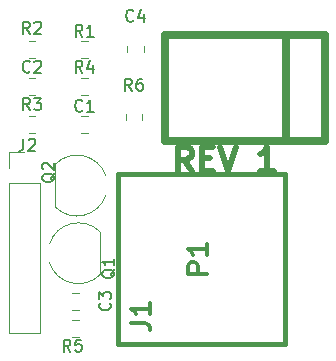
<source format=gbr>
G04 #@! TF.GenerationSoftware,KiCad,Pcbnew,(5.1.5)-3*
G04 #@! TF.CreationDate,2021-08-19T12:17:06-04:00*
G04 #@! TF.ProjectId,CP-OSC,43502d4f-5343-42e6-9b69-6361645f7063,1*
G04 #@! TF.SameCoordinates,Original*
G04 #@! TF.FileFunction,Legend,Top*
G04 #@! TF.FilePolarity,Positive*
%FSLAX46Y46*%
G04 Gerber Fmt 4.6, Leading zero omitted, Abs format (unit mm)*
G04 Created by KiCad (PCBNEW (5.1.5)-3) date 2021-08-19 12:17:06*
%MOMM*%
%LPD*%
G04 APERTURE LIST*
%ADD10C,0.500000*%
%ADD11C,0.381000*%
%ADD12C,0.120000*%
%ADD13C,0.650000*%
%ADD14C,0.304800*%
%ADD15C,0.150000*%
G04 APERTURE END LIST*
D10*
X104350857Y-71275161D02*
X103684190Y-70322780D01*
X103208000Y-71275161D02*
X103208000Y-69275161D01*
X103969904Y-69275161D01*
X104160380Y-69370400D01*
X104255619Y-69465638D01*
X104350857Y-69656114D01*
X104350857Y-69941828D01*
X104255619Y-70132304D01*
X104160380Y-70227542D01*
X103969904Y-70322780D01*
X103208000Y-70322780D01*
X105208000Y-70227542D02*
X105874666Y-70227542D01*
X106160380Y-71275161D02*
X105208000Y-71275161D01*
X105208000Y-69275161D01*
X106160380Y-69275161D01*
X106731809Y-69275161D02*
X107398476Y-71275161D01*
X108065142Y-69275161D01*
X111303238Y-71275161D02*
X110160380Y-71275161D01*
X110731809Y-71275161D02*
X110731809Y-69275161D01*
X110541333Y-69560876D01*
X110350857Y-69751352D01*
X110160380Y-69846590D01*
D11*
X98071620Y-71564200D02*
X98071620Y-85963460D01*
X112290540Y-85963460D02*
X98089400Y-85963460D01*
X112285460Y-71559120D02*
X112285460Y-85958380D01*
X98089400Y-71564200D02*
X112290540Y-71564200D01*
D12*
X95531252Y-66612400D02*
X95008748Y-66612400D01*
X95531252Y-68032400D02*
X95008748Y-68032400D01*
X91086252Y-64857400D02*
X90563748Y-64857400D01*
X91086252Y-63437400D02*
X90563748Y-63437400D01*
X94769252Y-81598400D02*
X94246748Y-81598400D01*
X94769252Y-83018400D02*
X94246748Y-83018400D01*
X98878000Y-61233652D02*
X98878000Y-60711148D01*
X100298000Y-61233652D02*
X100298000Y-60711148D01*
D13*
X112297000Y-59774400D02*
X112297000Y-68774400D01*
X115597000Y-68774400D02*
X115597000Y-59774400D01*
X115597000Y-68774400D02*
X102097000Y-68774400D01*
X102097000Y-68774400D02*
X102097000Y-59774400D01*
X115597000Y-59774400D02*
X102097000Y-59774400D01*
D12*
X92785000Y-70729400D02*
X92785000Y-74329400D01*
X92793259Y-70717525D02*
G75*
G02X97085000Y-71709400I1841741J-1811875D01*
G01*
X92807316Y-74337845D02*
G75*
G03X97085000Y-73309400I1827684J1808445D01*
G01*
X96589684Y-76435955D02*
G75*
G03X92312000Y-77464400I-1827684J-1808445D01*
G01*
X96603741Y-80056275D02*
G75*
G02X92312000Y-79064400I-1841741J1811875D01*
G01*
X96612000Y-80044400D02*
X96612000Y-76444400D01*
X95008748Y-61682400D02*
X95531252Y-61682400D01*
X95008748Y-60262400D02*
X95531252Y-60262400D01*
X90563748Y-60262400D02*
X91086252Y-60262400D01*
X90563748Y-61682400D02*
X91086252Y-61682400D01*
X90563748Y-66612400D02*
X91086252Y-66612400D01*
X90563748Y-68032400D02*
X91086252Y-68032400D01*
X95531252Y-63437400D02*
X95008748Y-63437400D01*
X95531252Y-64857400D02*
X95008748Y-64857400D01*
X94769252Y-83884400D02*
X94246748Y-83884400D01*
X94769252Y-85304400D02*
X94246748Y-85304400D01*
X98751000Y-66948652D02*
X98751000Y-66426148D01*
X100171000Y-66948652D02*
X100171000Y-66426148D01*
X88860000Y-85035400D02*
X91520000Y-85035400D01*
X88860000Y-72275400D02*
X88860000Y-85035400D01*
X91520000Y-72275400D02*
X91520000Y-85035400D01*
X88860000Y-72275400D02*
X91520000Y-72275400D01*
X88860000Y-71005400D02*
X88860000Y-69675400D01*
X88860000Y-69675400D02*
X90190000Y-69675400D01*
D14*
X99191880Y-84128733D02*
X100371166Y-84128733D01*
X100607023Y-84207352D01*
X100764261Y-84364590D01*
X100842880Y-84600447D01*
X100842880Y-84757685D01*
X100842880Y-82477733D02*
X100842880Y-83421161D01*
X100842880Y-82949447D02*
X99191880Y-82949447D01*
X99427738Y-83106685D01*
X99584976Y-83263923D01*
X99663595Y-83421161D01*
X105668880Y-79970995D02*
X104017880Y-79970995D01*
X104017880Y-79342042D01*
X104096500Y-79184804D01*
X104175119Y-79106185D01*
X104332357Y-79027566D01*
X104568214Y-79027566D01*
X104725452Y-79106185D01*
X104804071Y-79184804D01*
X104882690Y-79342042D01*
X104882690Y-79970995D01*
X105668880Y-77455185D02*
X105668880Y-78398614D01*
X105668880Y-77926900D02*
X104017880Y-77926900D01*
X104253738Y-78084138D01*
X104410976Y-78241376D01*
X104489595Y-78398614D01*
D15*
X95103333Y-66155542D02*
X95055714Y-66203161D01*
X94912857Y-66250780D01*
X94817619Y-66250780D01*
X94674761Y-66203161D01*
X94579523Y-66107923D01*
X94531904Y-66012685D01*
X94484285Y-65822209D01*
X94484285Y-65679352D01*
X94531904Y-65488876D01*
X94579523Y-65393638D01*
X94674761Y-65298400D01*
X94817619Y-65250780D01*
X94912857Y-65250780D01*
X95055714Y-65298400D01*
X95103333Y-65346019D01*
X96055714Y-66250780D02*
X95484285Y-66250780D01*
X95770000Y-66250780D02*
X95770000Y-65250780D01*
X95674761Y-65393638D01*
X95579523Y-65488876D01*
X95484285Y-65536495D01*
X90658333Y-62853542D02*
X90610714Y-62901161D01*
X90467857Y-62948780D01*
X90372619Y-62948780D01*
X90229761Y-62901161D01*
X90134523Y-62805923D01*
X90086904Y-62710685D01*
X90039285Y-62520209D01*
X90039285Y-62377352D01*
X90086904Y-62186876D01*
X90134523Y-62091638D01*
X90229761Y-61996400D01*
X90372619Y-61948780D01*
X90467857Y-61948780D01*
X90610714Y-61996400D01*
X90658333Y-62044019D01*
X91039285Y-62044019D02*
X91086904Y-61996400D01*
X91182142Y-61948780D01*
X91420238Y-61948780D01*
X91515476Y-61996400D01*
X91563095Y-62044019D01*
X91610714Y-62139257D01*
X91610714Y-62234495D01*
X91563095Y-62377352D01*
X90991666Y-62948780D01*
X91610714Y-62948780D01*
X97405142Y-82475066D02*
X97452761Y-82522685D01*
X97500380Y-82665542D01*
X97500380Y-82760780D01*
X97452761Y-82903638D01*
X97357523Y-82998876D01*
X97262285Y-83046495D01*
X97071809Y-83094114D01*
X96928952Y-83094114D01*
X96738476Y-83046495D01*
X96643238Y-82998876D01*
X96548000Y-82903638D01*
X96500380Y-82760780D01*
X96500380Y-82665542D01*
X96548000Y-82522685D01*
X96595619Y-82475066D01*
X96500380Y-82141733D02*
X96500380Y-81522685D01*
X96881333Y-81856019D01*
X96881333Y-81713161D01*
X96928952Y-81617923D01*
X96976571Y-81570304D01*
X97071809Y-81522685D01*
X97309904Y-81522685D01*
X97405142Y-81570304D01*
X97452761Y-81617923D01*
X97500380Y-81713161D01*
X97500380Y-81998876D01*
X97452761Y-82094114D01*
X97405142Y-82141733D01*
X99421333Y-58535542D02*
X99373714Y-58583161D01*
X99230857Y-58630780D01*
X99135619Y-58630780D01*
X98992761Y-58583161D01*
X98897523Y-58487923D01*
X98849904Y-58392685D01*
X98802285Y-58202209D01*
X98802285Y-58059352D01*
X98849904Y-57868876D01*
X98897523Y-57773638D01*
X98992761Y-57678400D01*
X99135619Y-57630780D01*
X99230857Y-57630780D01*
X99373714Y-57678400D01*
X99421333Y-57726019D01*
X100278476Y-57964114D02*
X100278476Y-58630780D01*
X100040380Y-57583161D02*
X99802285Y-58297447D01*
X100421333Y-58297447D01*
X97849619Y-79609638D02*
X97802000Y-79704876D01*
X97706761Y-79800114D01*
X97563904Y-79942971D01*
X97516285Y-80038209D01*
X97516285Y-80133447D01*
X97754380Y-80085828D02*
X97706761Y-80181066D01*
X97611523Y-80276304D01*
X97421047Y-80323923D01*
X97087714Y-80323923D01*
X96897238Y-80276304D01*
X96802000Y-80181066D01*
X96754380Y-80085828D01*
X96754380Y-79895352D01*
X96802000Y-79800114D01*
X96897238Y-79704876D01*
X97087714Y-79657257D01*
X97421047Y-79657257D01*
X97611523Y-79704876D01*
X97706761Y-79800114D01*
X97754380Y-79895352D01*
X97754380Y-80085828D01*
X97754380Y-78704876D02*
X97754380Y-79276304D01*
X97754380Y-78990590D02*
X96754380Y-78990590D01*
X96897238Y-79085828D01*
X96992476Y-79181066D01*
X97040095Y-79276304D01*
X92769619Y-71481638D02*
X92722000Y-71576876D01*
X92626761Y-71672114D01*
X92483904Y-71814971D01*
X92436285Y-71910209D01*
X92436285Y-72005447D01*
X92674380Y-71957828D02*
X92626761Y-72053066D01*
X92531523Y-72148304D01*
X92341047Y-72195923D01*
X92007714Y-72195923D01*
X91817238Y-72148304D01*
X91722000Y-72053066D01*
X91674380Y-71957828D01*
X91674380Y-71767352D01*
X91722000Y-71672114D01*
X91817238Y-71576876D01*
X92007714Y-71529257D01*
X92341047Y-71529257D01*
X92531523Y-71576876D01*
X92626761Y-71672114D01*
X92674380Y-71767352D01*
X92674380Y-71957828D01*
X91769619Y-71148304D02*
X91722000Y-71100685D01*
X91674380Y-71005447D01*
X91674380Y-70767352D01*
X91722000Y-70672114D01*
X91769619Y-70624495D01*
X91864857Y-70576876D01*
X91960095Y-70576876D01*
X92102952Y-70624495D01*
X92674380Y-71195923D01*
X92674380Y-70576876D01*
X95103333Y-59900780D02*
X94770000Y-59424590D01*
X94531904Y-59900780D02*
X94531904Y-58900780D01*
X94912857Y-58900780D01*
X95008095Y-58948400D01*
X95055714Y-58996019D01*
X95103333Y-59091257D01*
X95103333Y-59234114D01*
X95055714Y-59329352D01*
X95008095Y-59376971D01*
X94912857Y-59424590D01*
X94531904Y-59424590D01*
X96055714Y-59900780D02*
X95484285Y-59900780D01*
X95770000Y-59900780D02*
X95770000Y-58900780D01*
X95674761Y-59043638D01*
X95579523Y-59138876D01*
X95484285Y-59186495D01*
X90658333Y-59646780D02*
X90325000Y-59170590D01*
X90086904Y-59646780D02*
X90086904Y-58646780D01*
X90467857Y-58646780D01*
X90563095Y-58694400D01*
X90610714Y-58742019D01*
X90658333Y-58837257D01*
X90658333Y-58980114D01*
X90610714Y-59075352D01*
X90563095Y-59122971D01*
X90467857Y-59170590D01*
X90086904Y-59170590D01*
X91039285Y-58742019D02*
X91086904Y-58694400D01*
X91182142Y-58646780D01*
X91420238Y-58646780D01*
X91515476Y-58694400D01*
X91563095Y-58742019D01*
X91610714Y-58837257D01*
X91610714Y-58932495D01*
X91563095Y-59075352D01*
X90991666Y-59646780D01*
X91610714Y-59646780D01*
X90658333Y-66124780D02*
X90325000Y-65648590D01*
X90086904Y-66124780D02*
X90086904Y-65124780D01*
X90467857Y-65124780D01*
X90563095Y-65172400D01*
X90610714Y-65220019D01*
X90658333Y-65315257D01*
X90658333Y-65458114D01*
X90610714Y-65553352D01*
X90563095Y-65600971D01*
X90467857Y-65648590D01*
X90086904Y-65648590D01*
X90991666Y-65124780D02*
X91610714Y-65124780D01*
X91277380Y-65505733D01*
X91420238Y-65505733D01*
X91515476Y-65553352D01*
X91563095Y-65600971D01*
X91610714Y-65696209D01*
X91610714Y-65934304D01*
X91563095Y-66029542D01*
X91515476Y-66077161D01*
X91420238Y-66124780D01*
X91134523Y-66124780D01*
X91039285Y-66077161D01*
X90991666Y-66029542D01*
X95103333Y-62948780D02*
X94770000Y-62472590D01*
X94531904Y-62948780D02*
X94531904Y-61948780D01*
X94912857Y-61948780D01*
X95008095Y-61996400D01*
X95055714Y-62044019D01*
X95103333Y-62139257D01*
X95103333Y-62282114D01*
X95055714Y-62377352D01*
X95008095Y-62424971D01*
X94912857Y-62472590D01*
X94531904Y-62472590D01*
X95960476Y-62282114D02*
X95960476Y-62948780D01*
X95722380Y-61901161D02*
X95484285Y-62615447D01*
X96103333Y-62615447D01*
X94087333Y-86570780D02*
X93754000Y-86094590D01*
X93515904Y-86570780D02*
X93515904Y-85570780D01*
X93896857Y-85570780D01*
X93992095Y-85618400D01*
X94039714Y-85666019D01*
X94087333Y-85761257D01*
X94087333Y-85904114D01*
X94039714Y-85999352D01*
X93992095Y-86046971D01*
X93896857Y-86094590D01*
X93515904Y-86094590D01*
X94992095Y-85570780D02*
X94515904Y-85570780D01*
X94468285Y-86046971D01*
X94515904Y-85999352D01*
X94611142Y-85951733D01*
X94849238Y-85951733D01*
X94944476Y-85999352D01*
X94992095Y-86046971D01*
X95039714Y-86142209D01*
X95039714Y-86380304D01*
X94992095Y-86475542D01*
X94944476Y-86523161D01*
X94849238Y-86570780D01*
X94611142Y-86570780D01*
X94515904Y-86523161D01*
X94468285Y-86475542D01*
X99294333Y-64472780D02*
X98961000Y-63996590D01*
X98722904Y-64472780D02*
X98722904Y-63472780D01*
X99103857Y-63472780D01*
X99199095Y-63520400D01*
X99246714Y-63568019D01*
X99294333Y-63663257D01*
X99294333Y-63806114D01*
X99246714Y-63901352D01*
X99199095Y-63948971D01*
X99103857Y-63996590D01*
X98722904Y-63996590D01*
X100151476Y-63472780D02*
X99961000Y-63472780D01*
X99865761Y-63520400D01*
X99818142Y-63568019D01*
X99722904Y-63710876D01*
X99675285Y-63901352D01*
X99675285Y-64282304D01*
X99722904Y-64377542D01*
X99770523Y-64425161D01*
X99865761Y-64472780D01*
X100056238Y-64472780D01*
X100151476Y-64425161D01*
X100199095Y-64377542D01*
X100246714Y-64282304D01*
X100246714Y-64044209D01*
X100199095Y-63948971D01*
X100151476Y-63901352D01*
X100056238Y-63853733D01*
X99865761Y-63853733D01*
X99770523Y-63901352D01*
X99722904Y-63948971D01*
X99675285Y-64044209D01*
X90110666Y-68552780D02*
X90110666Y-69267066D01*
X90063047Y-69409923D01*
X89967809Y-69505161D01*
X89824952Y-69552780D01*
X89729714Y-69552780D01*
X90539238Y-68648019D02*
X90586857Y-68600400D01*
X90682095Y-68552780D01*
X90920190Y-68552780D01*
X91015428Y-68600400D01*
X91063047Y-68648019D01*
X91110666Y-68743257D01*
X91110666Y-68838495D01*
X91063047Y-68981352D01*
X90491619Y-69552780D01*
X91110666Y-69552780D01*
M02*

</source>
